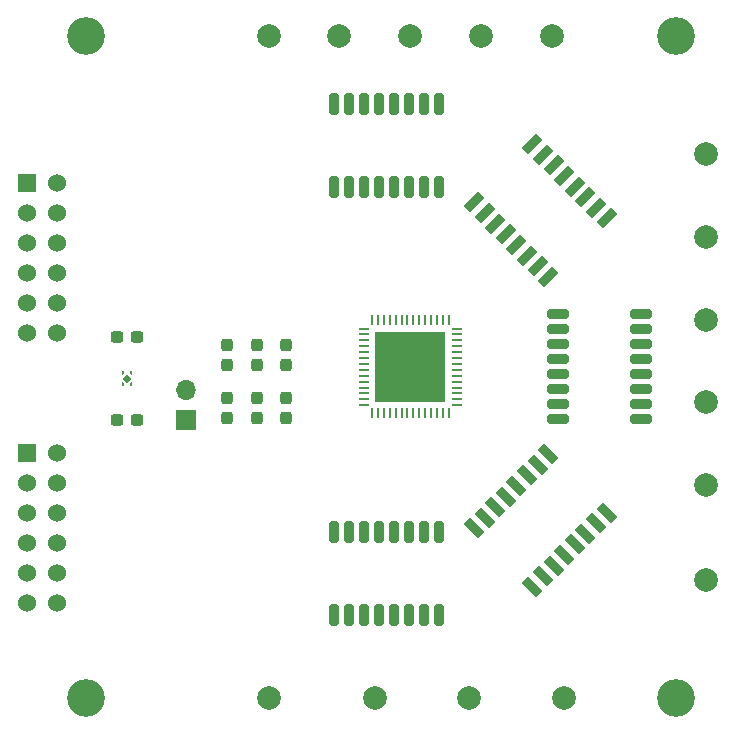
<source format=gbr>
%TF.GenerationSoftware,KiCad,Pcbnew,7.0.2*%
%TF.CreationDate,2024-03-06T12:40:11-06:00*%
%TF.ProjectId,AES_Test_Board,4145535f-5465-4737-945f-426f6172642e,rev?*%
%TF.SameCoordinates,Original*%
%TF.FileFunction,Soldermask,Top*%
%TF.FilePolarity,Negative*%
%FSLAX46Y46*%
G04 Gerber Fmt 4.6, Leading zero omitted, Abs format (unit mm)*
G04 Created by KiCad (PCBNEW 7.0.2) date 2024-03-06 12:40:11*
%MOMM*%
%LPD*%
G01*
G04 APERTURE LIST*
G04 Aperture macros list*
%AMRoundRect*
0 Rectangle with rounded corners*
0 $1 Rounding radius*
0 $2 $3 $4 $5 $6 $7 $8 $9 X,Y pos of 4 corners*
0 Add a 4 corners polygon primitive as box body*
4,1,4,$2,$3,$4,$5,$6,$7,$8,$9,$2,$3,0*
0 Add four circle primitives for the rounded corners*
1,1,$1+$1,$2,$3*
1,1,$1+$1,$4,$5*
1,1,$1+$1,$6,$7*
1,1,$1+$1,$8,$9*
0 Add four rect primitives between the rounded corners*
20,1,$1+$1,$2,$3,$4,$5,0*
20,1,$1+$1,$4,$5,$6,$7,0*
20,1,$1+$1,$6,$7,$8,$9,0*
20,1,$1+$1,$8,$9,$2,$3,0*%
%AMRotRect*
0 Rectangle, with rotation*
0 The origin of the aperture is its center*
0 $1 length*
0 $2 width*
0 $3 Rotation angle, in degrees counterclockwise*
0 Add horizontal line*
21,1,$1,$2,0,0,$3*%
%AMFreePoly0*
4,1,5,0.110000,-0.125000,-0.110000,-0.125000,-0.110000,0.125000,0.360000,0.125000,0.110000,-0.125000,0.110000,-0.125000,$1*%
%AMFreePoly1*
4,1,6,0.290000,-0.055000,0.290000,-0.125000,-0.110000,-0.125000,-0.110000,0.125000,0.110000,0.125000,0.290000,-0.055000,0.290000,-0.055000,$1*%
%AMFreePoly2*
4,1,7,0.110000,-0.125000,-0.110000,-0.125000,-0.290000,-0.125000,-0.290000,-0.055000,-0.110000,0.125000,0.110000,0.125000,0.110000,-0.125000,0.110000,-0.125000,$1*%
%AMFreePoly3*
4,1,6,0.110000,-0.125000,-0.110000,-0.125000,-0.290000,0.055000,-0.290000,0.125000,0.110000,0.125000,0.110000,-0.125000,0.110000,-0.125000,$1*%
G04 Aperture macros list end*
%ADD10RoundRect,0.237500X0.300000X0.237500X-0.300000X0.237500X-0.300000X-0.237500X0.300000X-0.237500X0*%
%ADD11RoundRect,0.126000X0.276000X-0.771000X0.276000X0.771000X-0.276000X0.771000X-0.276000X-0.771000X0*%
%ADD12RoundRect,0.126000X-0.276000X0.771000X-0.276000X-0.771000X0.276000X-0.771000X0.276000X0.771000X0*%
%ADD13C,2.000000*%
%ADD14RoundRect,0.126000X-0.350018X-0.740341X0.740341X0.350018X0.350018X0.740341X-0.740341X-0.350018X0*%
%ADD15RoundRect,0.126000X0.350018X0.740341X-0.740341X-0.350018X-0.350018X-0.740341X0.740341X0.350018X0*%
%ADD16RoundRect,0.062500X0.062500X-0.375000X0.062500X0.375000X-0.062500X0.375000X-0.062500X-0.375000X0*%
%ADD17RoundRect,0.062500X0.375000X-0.062500X0.375000X0.062500X-0.375000X0.062500X-0.375000X-0.062500X0*%
%ADD18R,5.900000X5.900000*%
%ADD19RoundRect,0.126000X-0.771000X-0.276000X0.771000X-0.276000X0.771000X0.276000X-0.771000X0.276000X0*%
%ADD20RoundRect,0.126000X0.771000X0.276000X-0.771000X0.276000X-0.771000X-0.276000X0.771000X-0.276000X0*%
%ADD21C,3.200000*%
%ADD22RoundRect,0.237500X-0.237500X0.300000X-0.237500X-0.300000X0.237500X-0.300000X0.237500X0.300000X0*%
%ADD23RoundRect,0.237500X0.237500X-0.300000X0.237500X0.300000X-0.237500X0.300000X-0.237500X-0.300000X0*%
%ADD24FreePoly0,90.000000*%
%ADD25FreePoly1,90.000000*%
%ADD26FreePoly2,90.000000*%
%ADD27FreePoly3,90.000000*%
%ADD28RotRect,0.480000X0.480000X135.000000*%
%ADD29RoundRect,0.126000X-0.740341X0.350018X0.350018X-0.740341X0.740341X-0.350018X-0.350018X0.740341X0*%
%ADD30RoundRect,0.126000X0.740341X-0.350018X-0.350018X0.740341X-0.740341X0.350018X0.350018X-0.740341X0*%
%ADD31R,1.700000X1.700000*%
%ADD32O,1.700000X1.700000*%
%ADD33R,1.524000X1.524000*%
%ADD34C,1.524000*%
G04 APERTURE END LIST*
D10*
%TO.C,C8*%
X96862500Y-85500000D03*
X95137500Y-85500000D03*
%TD*%
D11*
%TO.C,RN5*%
X113555000Y-72745000D03*
X114825000Y-72745000D03*
X116095000Y-72745000D03*
X117365000Y-72745000D03*
X118635000Y-72745000D03*
X119905000Y-72745000D03*
X121175000Y-72745000D03*
X122445000Y-72745000D03*
D12*
X122445000Y-65755000D03*
X121175000Y-65755000D03*
X119905000Y-65755000D03*
X118635000Y-65755000D03*
X117365000Y-65755000D03*
X116095000Y-65755000D03*
X114825000Y-65755000D03*
X113555000Y-65755000D03*
%TD*%
D13*
%TO.C,SU1*%
X132000000Y-60000000D03*
%TD*%
%TO.C,KRDY1*%
X145000000Y-84000000D03*
%TD*%
D14*
%TO.C,RN4*%
X125385572Y-74078249D03*
X126283598Y-74976274D03*
X127181623Y-75874300D03*
X128079649Y-76772325D03*
X128977675Y-77670351D03*
X129875700Y-78568377D03*
X130773726Y-79466402D03*
X131671751Y-80364428D03*
D15*
X136614428Y-75421751D03*
X135716402Y-74523726D03*
X134818377Y-73625700D03*
X133920351Y-72727675D03*
X133022325Y-71829649D03*
X132124300Y-70931623D03*
X131226274Y-70033598D03*
X130328249Y-69135572D03*
%TD*%
D16*
%TO.C,U1*%
X116750000Y-91937500D03*
X117250000Y-91937500D03*
X117750000Y-91937500D03*
X118250000Y-91937500D03*
X118750000Y-91937500D03*
X119250000Y-91937500D03*
X119750000Y-91937500D03*
X120250000Y-91937500D03*
X120750000Y-91937500D03*
X121250000Y-91937500D03*
X121750000Y-91937500D03*
X122250000Y-91937500D03*
X122750000Y-91937500D03*
X123250000Y-91937500D03*
D17*
X123937500Y-91250000D03*
X123937500Y-90750000D03*
X123937500Y-90250000D03*
X123937500Y-89750000D03*
X123937500Y-89250000D03*
X123937500Y-88750000D03*
X123937500Y-88250000D03*
X123937500Y-87750000D03*
X123937500Y-87250000D03*
X123937500Y-86750000D03*
X123937500Y-86250000D03*
X123937500Y-85750000D03*
X123937500Y-85250000D03*
X123937500Y-84750000D03*
D16*
X123250000Y-84062500D03*
X122750000Y-84062500D03*
X122250000Y-84062500D03*
X121750000Y-84062500D03*
X121250000Y-84062500D03*
X120750000Y-84062500D03*
X120250000Y-84062500D03*
X119750000Y-84062500D03*
X119250000Y-84062500D03*
X118750000Y-84062500D03*
X118250000Y-84062500D03*
X117750000Y-84062500D03*
X117250000Y-84062500D03*
X116750000Y-84062500D03*
D17*
X116062500Y-84750000D03*
X116062500Y-85250000D03*
X116062500Y-85750000D03*
X116062500Y-86250000D03*
X116062500Y-86750000D03*
X116062500Y-87250000D03*
X116062500Y-87750000D03*
X116062500Y-88250000D03*
X116062500Y-88750000D03*
X116062500Y-89250000D03*
X116062500Y-89750000D03*
X116062500Y-90250000D03*
X116062500Y-90750000D03*
X116062500Y-91250000D03*
D18*
X120000000Y-88000000D03*
%TD*%
D13*
%TO.C,CLKOUT1*%
X133000000Y-116000000D03*
%TD*%
D19*
%TO.C,RN3*%
X132510000Y-83555000D03*
X132510000Y-84825000D03*
X132510000Y-86095000D03*
X132510000Y-87365000D03*
X132510000Y-88635000D03*
X132510000Y-89905000D03*
X132510000Y-91175000D03*
X132510000Y-92445000D03*
D20*
X139500000Y-92445000D03*
X139500000Y-91175000D03*
X139500000Y-89905000D03*
X139500000Y-88635000D03*
X139500000Y-87365000D03*
X139500000Y-86095000D03*
X139500000Y-84825000D03*
X139500000Y-83555000D03*
%TD*%
D13*
%TO.C,VDDPST1*%
X108000000Y-116000000D03*
%TD*%
D21*
%TO.C,H1*%
X142500000Y-116000000D03*
%TD*%
D22*
%TO.C,C1*%
X109500000Y-90637500D03*
X109500000Y-92362500D03*
%TD*%
D13*
%TO.C,BSY1*%
X145000000Y-106000000D03*
%TD*%
%TO.C,SE1*%
X126000000Y-60000000D03*
%TD*%
%TO.C,SO1*%
X145000000Y-98000000D03*
%TD*%
%TO.C,CLK1*%
X114000000Y-60000000D03*
%TD*%
%TO.C,VDDD1*%
X117000000Y-116000000D03*
%TD*%
D12*
%TO.C,RN1*%
X122445000Y-102005000D03*
X121175000Y-102005000D03*
X119905000Y-102005000D03*
X118635000Y-102005000D03*
X117365000Y-102005000D03*
X116095000Y-102005000D03*
X114825000Y-102005000D03*
X113555000Y-102005000D03*
D11*
X113555000Y-108995000D03*
X114825000Y-108995000D03*
X116095000Y-108995000D03*
X117365000Y-108995000D03*
X118635000Y-108995000D03*
X119905000Y-108995000D03*
X121175000Y-108995000D03*
X122445000Y-108995000D03*
%TD*%
D13*
%TO.C,SCLK1*%
X120000000Y-60000000D03*
%TD*%
D23*
%TO.C,C4*%
X109500000Y-87862500D03*
X109500000Y-86137500D03*
%TD*%
D24*
%TO.C,U3*%
X95675000Y-89540000D03*
D25*
X96325000Y-89540000D03*
D26*
X96325000Y-88460000D03*
D27*
X95675000Y-88460000D03*
D28*
X96000000Y-89000000D03*
%TD*%
D13*
%TO.C,EN1*%
X145000000Y-70000000D03*
%TD*%
D23*
%TO.C,C6*%
X104500000Y-87862500D03*
X104500000Y-86137500D03*
%TD*%
D13*
%TO.C,RSTN1*%
X145000000Y-77000000D03*
%TD*%
D21*
%TO.C,H4*%
X92500000Y-116000000D03*
%TD*%
D22*
%TO.C,C2*%
X107000000Y-90637500D03*
X107000000Y-92362500D03*
%TD*%
%TO.C,C3*%
X104500000Y-90637500D03*
X104500000Y-92362500D03*
%TD*%
D13*
%TO.C,DRDY1*%
X145000000Y-91000000D03*
%TD*%
D21*
%TO.C,H2*%
X142500000Y-60000000D03*
%TD*%
D23*
%TO.C,C5*%
X107000000Y-87862500D03*
X107000000Y-86137500D03*
%TD*%
D13*
%TO.C,SI1*%
X108000000Y-60000000D03*
%TD*%
D21*
%TO.C,H3*%
X92500000Y-60000000D03*
%TD*%
D10*
%TO.C,C7*%
X96862500Y-92500000D03*
X95137500Y-92500000D03*
%TD*%
D29*
%TO.C,RN2*%
X131671751Y-95385572D03*
X130773726Y-96283598D03*
X129875700Y-97181623D03*
X128977675Y-98079649D03*
X128079649Y-98977675D03*
X127181623Y-99875700D03*
X126283598Y-100773726D03*
X125385572Y-101671751D03*
D30*
X130328249Y-106614428D03*
X131226274Y-105716402D03*
X132124300Y-104818377D03*
X133022325Y-103920351D03*
X133920351Y-103022325D03*
X134818377Y-102124300D03*
X135716402Y-101226274D03*
X136614428Y-100328249D03*
%TD*%
D31*
%TO.C,J3*%
X101000000Y-92500000D03*
D32*
X101000000Y-89960000D03*
%TD*%
D13*
%TO.C,VSS1*%
X125000000Y-116000000D03*
%TD*%
D33*
%TO.C,J2*%
X87500000Y-95250000D03*
D34*
X87500000Y-97790000D03*
X87500000Y-100330000D03*
X87500000Y-102870000D03*
X87500000Y-105410000D03*
X87500000Y-107950000D03*
X90040000Y-95250000D03*
X90040000Y-97790000D03*
X90040000Y-100330000D03*
X90040000Y-102870000D03*
X90040000Y-105410000D03*
X90040000Y-107950000D03*
%TD*%
D33*
%TO.C,J1*%
X87500000Y-72390000D03*
D34*
X87500000Y-74930000D03*
X87500000Y-77470000D03*
X87500000Y-80010000D03*
X87500000Y-82550000D03*
X87500000Y-85090000D03*
X90040000Y-72390000D03*
X90040000Y-74930000D03*
X90040000Y-77470000D03*
X90040000Y-80010000D03*
X90040000Y-82550000D03*
X90040000Y-85090000D03*
%TD*%
M02*

</source>
